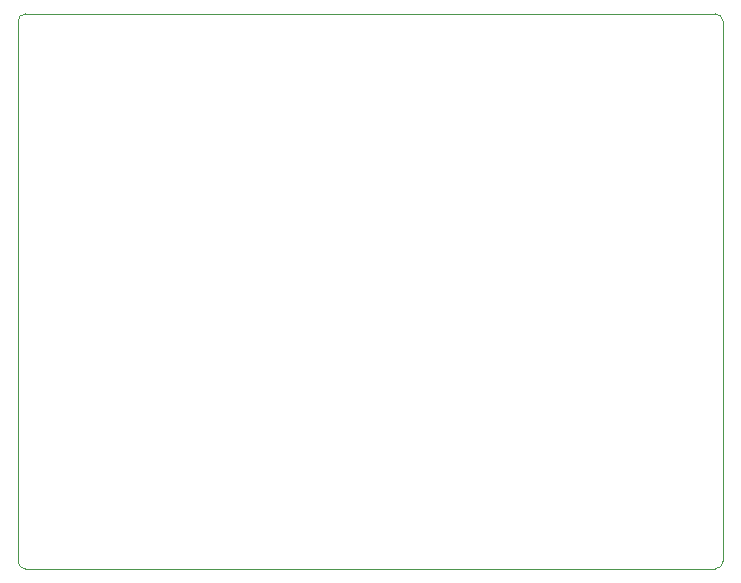
<source format=gm1>
%TF.GenerationSoftware,KiCad,Pcbnew,(5.1.12)-1*%
%TF.CreationDate,2021-12-29T02:26:32-05:00*%
%TF.ProjectId,4keymacropad,346b6579-6d61-4637-926f-7061642e6b69,rev?*%
%TF.SameCoordinates,Original*%
%TF.FileFunction,Profile,NP*%
%FSLAX46Y46*%
G04 Gerber Fmt 4.6, Leading zero omitted, Abs format (unit mm)*
G04 Created by KiCad (PCBNEW (5.1.12)-1) date 2021-12-29 02:26:32*
%MOMM*%
%LPD*%
G01*
G04 APERTURE LIST*
%TA.AperFunction,Profile*%
%ADD10C,0.050000*%
%TD*%
G04 APERTURE END LIST*
D10*
X163830000Y-67310000D02*
G75*
G02*
X164465000Y-67945000I0J-635000D01*
G01*
X104775000Y-67945000D02*
G75*
G02*
X105410000Y-67310000I635000J0D01*
G01*
X105410000Y-114300000D02*
G75*
G02*
X104775000Y-113665000I0J635000D01*
G01*
X163195000Y-67310000D02*
X163830000Y-67310000D01*
X105410000Y-67310000D02*
X163195000Y-67310000D01*
X104775000Y-71755000D02*
X104775000Y-67945000D01*
X104775000Y-113665000D02*
X104775000Y-71755000D01*
X164465000Y-113665000D02*
G75*
G02*
X163830000Y-114300000I-635000J0D01*
G01*
X163830000Y-114300000D02*
X105410000Y-114300000D01*
X164465000Y-67945000D02*
X164465000Y-113665000D01*
M02*

</source>
